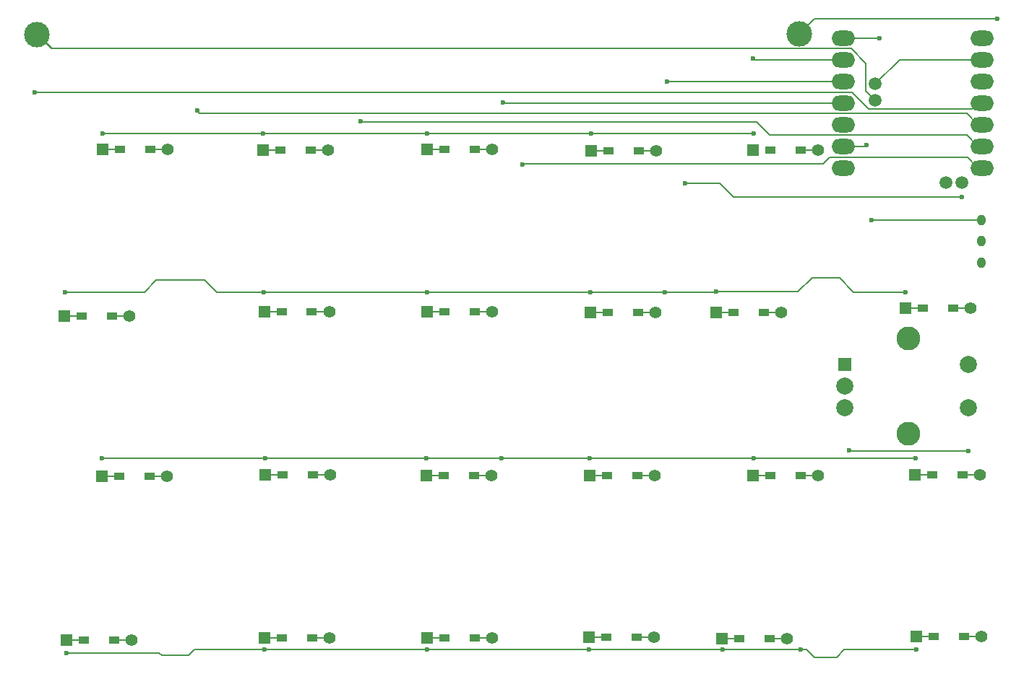
<source format=gbr>
%TF.GenerationSoftware,KiCad,Pcbnew,8.0.7*%
%TF.CreationDate,2025-02-15T16:26:46+09:00*%
%TF.ProjectId,cool642tb_L,636f6f6c-3634-4327-9462-5f4c2e6b6963,rev?*%
%TF.SameCoordinates,Original*%
%TF.FileFunction,Copper,L1,Top*%
%TF.FilePolarity,Positive*%
%FSLAX46Y46*%
G04 Gerber Fmt 4.6, Leading zero omitted, Abs format (unit mm)*
G04 Created by KiCad (PCBNEW 8.0.7) date 2025-02-15 16:26:46*
%MOMM*%
%LPD*%
G01*
G04 APERTURE LIST*
%TA.AperFunction,ComponentPad*%
%ADD10R,1.397000X1.397000*%
%TD*%
%TA.AperFunction,SMDPad,CuDef*%
%ADD11R,1.300000X0.950000*%
%TD*%
%TA.AperFunction,ComponentPad*%
%ADD12C,1.397000*%
%TD*%
%TA.AperFunction,ComponentPad*%
%ADD13C,3.000000*%
%TD*%
%TA.AperFunction,ComponentPad*%
%ADD14C,2.000000*%
%TD*%
%TA.AperFunction,ComponentPad*%
%ADD15R,1.500000X1.500000*%
%TD*%
%TA.AperFunction,ComponentPad*%
%ADD16C,2.800000*%
%TD*%
%TA.AperFunction,ComponentPad*%
%ADD17O,1.000000X1.300000*%
%TD*%
%TA.AperFunction,ComponentPad*%
%ADD18O,2.750000X1.800000*%
%TD*%
%TA.AperFunction,ComponentPad*%
%ADD19C,1.500000*%
%TD*%
%TA.AperFunction,ViaPad*%
%ADD20C,0.600000*%
%TD*%
%TA.AperFunction,Conductor*%
%ADD21C,0.200000*%
%TD*%
G04 APERTURE END LIST*
D10*
%TO.P,D3,1,K*%
%TO.N,Row2*%
X890000Y-29720000D03*
D11*
X2925000Y-29720000D03*
%TO.P,D3,2,A*%
%TO.N,Net-(D3-A)*%
X6475000Y-29720000D03*
D12*
X8510000Y-29720000D03*
%TD*%
D13*
%TO.P,B1,1,+*%
%TO.N,Bat*%
X-6700000Y22080000D03*
%TO.P,B1,2,-*%
%TO.N,Net-(B1--)*%
X82570000Y22120000D03*
%TD*%
D10*
%TO.P,D13,1,K*%
%TO.N,Row0*%
X58170000Y8480000D03*
D11*
X60205000Y8480000D03*
%TO.P,D13,2,A*%
%TO.N,Net-(D13-A)*%
X63755000Y8480000D03*
D12*
X65790000Y8480000D03*
%TD*%
D10*
%TO.P,D10,1,K*%
%TO.N,Row1*%
X39000000Y-10420000D03*
D11*
X41035000Y-10420000D03*
%TO.P,D10,2,A*%
%TO.N,Net-(D10-A)*%
X44585000Y-10420000D03*
D12*
X46620000Y-10420000D03*
%TD*%
D10*
%TO.P,D19,1,K*%
%TO.N,Row2*%
X77190000Y-29630000D03*
D11*
X79225000Y-29630000D03*
%TO.P,D19,2,A*%
%TO.N,Net-(D19-A)*%
X82775000Y-29630000D03*
D12*
X84810000Y-29630000D03*
%TD*%
D10*
%TO.P,D16,1,K*%
%TO.N,Row3*%
X57960000Y-48600000D03*
D11*
X59995000Y-48600000D03*
%TO.P,D16,2,A*%
%TO.N,Net-(D16-A)*%
X63545000Y-48600000D03*
D12*
X65580000Y-48600000D03*
%TD*%
D10*
%TO.P,D7,1,K*%
%TO.N,Row2*%
X19990000Y-29570000D03*
D11*
X22025000Y-29570000D03*
%TO.P,D7,2,A*%
%TO.N,Net-(D7-A)*%
X25575000Y-29570000D03*
D12*
X27610000Y-29570000D03*
%TD*%
D10*
%TO.P,D21,1,K*%
%TO.N,Row1*%
X95025000Y-10040000D03*
D11*
X97060000Y-10040000D03*
%TO.P,D21,2,A*%
%TO.N,Net-(D21-A)*%
X100610000Y-10040000D03*
D12*
X102645000Y-10040000D03*
%TD*%
D10*
%TO.P,D14,1,K*%
%TO.N,Row1*%
X58090000Y-10490000D03*
D11*
X60125000Y-10490000D03*
%TO.P,D14,2,A*%
%TO.N,Net-(D14-A)*%
X63675000Y-10490000D03*
D12*
X65710000Y-10490000D03*
%TD*%
D10*
%TO.P,D18,1,K*%
%TO.N,Row1*%
X72855000Y-10550000D03*
D11*
X74890000Y-10550000D03*
%TO.P,D18,2,A*%
%TO.N,Net-(D18-A)*%
X78440000Y-10550000D03*
D12*
X80475000Y-10550000D03*
%TD*%
D10*
%TO.P,D5,1,K*%
%TO.N,Row0*%
X19770000Y8520000D03*
D11*
X21805000Y8520000D03*
%TO.P,D5,2,A*%
%TO.N,Net-(D5-A)*%
X25355000Y8520000D03*
D12*
X27390000Y8520000D03*
%TD*%
D10*
%TO.P,D9,1,K*%
%TO.N,Row0*%
X39010000Y8610000D03*
D11*
X41045000Y8610000D03*
%TO.P,D9,2,A*%
%TO.N,Net-(D9-A)*%
X44595000Y8610000D03*
D12*
X46630000Y8610000D03*
%TD*%
D10*
%TO.P,D8,1,K*%
%TO.N,Row3*%
X19920000Y-48670000D03*
D11*
X21955000Y-48670000D03*
%TO.P,D8,2,A*%
%TO.N,Net-(D8-A)*%
X25505000Y-48670000D03*
D12*
X27540000Y-48670000D03*
%TD*%
D10*
%TO.P,D23,1,K*%
%TO.N,Row3*%
X96270000Y-48510000D03*
D11*
X98305000Y-48510000D03*
%TO.P,D23,2,A*%
%TO.N,Net-(D23-A)*%
X101855000Y-48510000D03*
D12*
X103890000Y-48510000D03*
%TD*%
D10*
%TO.P,D11,1,K*%
%TO.N,Row2*%
X38900000Y-29650000D03*
D11*
X40935000Y-29650000D03*
%TO.P,D11,2,A*%
%TO.N,Net-(D11-A)*%
X44485000Y-29650000D03*
D12*
X46520000Y-29650000D03*
%TD*%
D14*
%TO.P,SW21,1,1*%
%TO.N,Net-(D21-A)*%
X102400000Y-16660000D03*
%TO.P,SW21,2,2*%
%TO.N,Col5*%
X102400000Y-21660000D03*
D15*
%TO.P,SW21,A,A*%
%TO.N,RE_A1*%
X87900000Y-16660000D03*
D14*
%TO.P,SW21,B,B*%
%TO.N,RE_B*%
X87900000Y-21660000D03*
%TO.P,SW21,C,C*%
%TO.N,GND*%
X87900000Y-19160000D03*
D16*
%TO.P,SW21,MP*%
%TO.N,N/C*%
X95400000Y-13560000D03*
X95400000Y-24760000D03*
%TD*%
D10*
%TO.P,D6,1,K*%
%TO.N,Row1*%
X19890000Y-10420000D03*
D11*
X21925000Y-10420000D03*
%TO.P,D6,2,A*%
%TO.N,Net-(D6-A)*%
X25475000Y-10420000D03*
D12*
X27510000Y-10420000D03*
%TD*%
D17*
%TO.P,SW24,1,A*%
%TO.N,GND*%
X103890000Y340000D03*
%TO.P,SW24,2,B*%
%TO.N,Net-(B1--)*%
X103890000Y-2160000D03*
%TO.P,SW24,3,C*%
%TO.N,unconnected-(SW24-C-Pad3)*%
X103890000Y-4660000D03*
%TD*%
D10*
%TO.P,D15,1,K*%
%TO.N,Row2*%
X58040000Y-29620000D03*
D11*
X60075000Y-29620000D03*
%TO.P,D15,2,A*%
%TO.N,Net-(D15-A)*%
X63625000Y-29620000D03*
D12*
X65660000Y-29620000D03*
%TD*%
D10*
%TO.P,D2,1,K*%
%TO.N,Row1*%
X-3500000Y-10920000D03*
D11*
X-1465000Y-10920000D03*
%TO.P,D2,2,A*%
%TO.N,Net-(D2-A)*%
X2085000Y-10920000D03*
D12*
X4120000Y-10920000D03*
%TD*%
D10*
%TO.P,D12,1,K*%
%TO.N,Row3*%
X38990000Y-48690000D03*
D11*
X41025000Y-48690000D03*
%TO.P,D12,2,A*%
%TO.N,Net-(D12-A)*%
X44575000Y-48690000D03*
D12*
X46610000Y-48690000D03*
%TD*%
D10*
%TO.P,D4,1,K*%
%TO.N,Row3*%
X-3300000Y-48970000D03*
D11*
X-1265000Y-48970000D03*
%TO.P,D4,2,A*%
%TO.N,Net-(D4-A)*%
X2285000Y-48970000D03*
D12*
X4320000Y-48970000D03*
%TD*%
D10*
%TO.P,D1,1,K*%
%TO.N,Row0*%
X960000Y8650000D03*
D11*
X2995000Y8650000D03*
%TO.P,D1,2,A*%
%TO.N,Net-(D1-A)*%
X6545000Y8650000D03*
D12*
X8580000Y8650000D03*
%TD*%
D10*
%TO.P,D17,1,K*%
%TO.N,Row0*%
X77195000Y8510000D03*
D11*
X79230000Y8510000D03*
%TO.P,D17,2,A*%
%TO.N,Net-(D17-A)*%
X82780000Y8510000D03*
D12*
X84815000Y8510000D03*
%TD*%
D18*
%TO.P,U1,1,P0.02_A0_D0*%
%TO.N,RE_B*%
X87790000Y21686000D03*
%TO.P,U1,2,P0.03_A1_D1*%
%TO.N,Row0*%
X87790000Y19146000D03*
%TO.P,U1,3,P0.28_A2_D2*%
%TO.N,Row1*%
X87790000Y16606000D03*
%TO.P,U1,4,P0.29_A3_D3*%
%TO.N,Row2*%
X87790000Y14066000D03*
%TO.P,U1,5,P0.04_A4_D4_SDA*%
%TO.N,unconnected-(U1-P0.04_A4_D4_SDA-Pad5)*%
X87790000Y11526000D03*
%TO.P,U1,6,P0.05_A5_D5_SCL*%
%TO.N,RE_A1*%
X87790000Y8986000D03*
%TO.P,U1,7,P1.11_D6_TX*%
%TO.N,Row3*%
X87790000Y6446000D03*
%TO.P,U1,8,P1.12_D7_RX*%
%TO.N,Col3*%
X104030000Y6446000D03*
%TO.P,U1,9,P1.13_D8_SCK*%
%TO.N,Col2*%
X104030000Y8986000D03*
%TO.P,U1,10,P1.14_D9_MISO*%
%TO.N,Col1*%
X104030000Y11526000D03*
%TO.P,U1,11,P1.15_D10_MOSI*%
%TO.N,Col0*%
X104030000Y14066000D03*
%TO.P,U1,12,3V3*%
%TO.N,unconnected-(U1-3V3-Pad12)*%
X104030000Y16606000D03*
%TO.P,U1,13,GND*%
%TO.N,GND*%
X104030000Y19146000D03*
%TO.P,U1,14,5V*%
%TO.N,VCC*%
X104030000Y21686000D03*
D19*
%TO.P,U1,15,NFC1_0.09*%
%TO.N,Col5*%
X99745400Y4754000D03*
%TO.P,U1,16,NFC2_0.10*%
%TO.N,Col4*%
X101625000Y4754000D03*
%TO.P,U1,20,BATT+*%
%TO.N,Bat*%
X91465000Y14383000D03*
%TO.P,U1,21,BATT-*%
%TO.N,GND*%
X91465000Y16288000D03*
%TD*%
D10*
%TO.P,D22,1,K*%
%TO.N,Row2*%
X96170000Y-29600000D03*
D11*
X98205000Y-29600000D03*
%TO.P,D22,2,A*%
%TO.N,Net-(D22-A)*%
X101755000Y-29600000D03*
D12*
X103790000Y-29600000D03*
%TD*%
D10*
%TO.P,D20,1,K*%
%TO.N,Row3*%
X73540000Y-48810000D03*
D11*
X75575000Y-48810000D03*
%TO.P,D20,2,A*%
%TO.N,Net-(D20-A)*%
X79125000Y-48810000D03*
D12*
X81160000Y-48810000D03*
%TD*%
D20*
%TO.N,RE_B*%
X91980000Y21640000D03*
%TO.N,GND*%
X91050000Y320000D03*
%TO.N,Col4*%
X69220000Y4620000D03*
X101620000Y2990000D03*
%TO.N,Col3*%
X50170000Y6870000D03*
%TO.N,Col2*%
X31170000Y11920000D03*
%TO.N,Col1*%
X12040000Y13160000D03*
%TO.N,Col0*%
X-7030000Y15270000D03*
%TO.N,Row3*%
X82750000Y-50040000D03*
%TO.N,RE_A1*%
X90450000Y9090000D03*
%TO.N,Row2*%
X47870000Y14110000D03*
X47740000Y-27590000D03*
%TO.N,Row1*%
X67120000Y16610000D03*
X66870000Y-8140000D03*
%TO.N,Row0*%
X77180000Y19290000D03*
%TO.N,Net-(B1--)*%
X105750000Y23950000D03*
%TO.N,Row2*%
X19990000Y-27590000D03*
X38930000Y-27590000D03*
X58040000Y-27590000D03*
X77230000Y-27590000D03*
X910000Y-27590000D03*
%TO.N,Row3*%
X73580000Y-50040000D03*
X57950000Y-50040000D03*
X38990000Y-50040000D03*
X19920000Y-50040000D03*
X-3260000Y-50500000D03*
X96280000Y-50080000D03*
%TO.N,Row1*%
X72870000Y-8110000D03*
X-3470000Y-8130000D03*
%TO.N,Row0*%
X19800000Y10500000D03*
X980000Y10490000D03*
X39010000Y10500000D03*
X77210000Y10500000D03*
X58160000Y10500000D03*
%TO.N,Row1*%
X19870000Y-8140000D03*
X95020000Y-8140000D03*
X58080000Y-8140000D03*
X38980000Y-8140000D03*
%TO.N,Row2*%
X96220000Y-27590000D03*
%TO.N,Col5*%
X88400000Y-26700000D03*
X102400000Y-26770000D03*
%TD*%
D21*
%TO.N,Bat*%
X88678056Y20430000D02*
X-3330000Y20430000D01*
X-3330000Y20430000D02*
X-4940000Y20430000D01*
X-6700000Y22080000D02*
X-5050000Y20430000D01*
X-5050000Y20430000D02*
X-3330000Y20430000D01*
%TO.N,Net-(B1--)*%
X105750000Y23950000D02*
X84760000Y23950000D01*
X84400000Y23950000D02*
X84760000Y23950000D01*
X82570000Y22120000D02*
X84400000Y23950000D01*
%TO.N,Row1*%
X95020000Y-8140000D02*
X95000000Y-8120000D01*
X95000000Y-8120000D02*
X88940000Y-8120000D01*
X88940000Y-8120000D02*
X87290000Y-6470000D01*
X87290000Y-6470000D02*
X84080000Y-6470000D01*
X84080000Y-6470000D02*
X82440000Y-8110000D01*
X82440000Y-8110000D02*
X72870000Y-8110000D01*
%TO.N,RE_B*%
X88336000Y21640000D02*
X88290000Y21686000D01*
X91980000Y21640000D02*
X88336000Y21640000D01*
%TO.N,GND*%
X91050000Y320000D02*
X91070000Y340000D01*
X91070000Y340000D02*
X103890000Y340000D01*
%TO.N,Col4*%
X101620000Y2990000D02*
X74920000Y2990000D01*
X74920000Y2990000D02*
X73290000Y4620000D01*
X73290000Y4620000D02*
X69220000Y4620000D01*
%TO.N,Col3*%
X103530000Y6446000D02*
X102330000Y7646000D01*
X50180000Y6880000D02*
X50170000Y6870000D01*
X102330000Y7646000D02*
X86116000Y7646000D01*
X85350000Y6880000D02*
X50180000Y6880000D01*
X86116000Y7646000D02*
X85350000Y6880000D01*
%TO.N,Col2*%
X31260000Y11830000D02*
X31170000Y11920000D01*
X79090000Y10320000D02*
X77580000Y11830000D01*
X77580000Y11830000D02*
X31260000Y11830000D01*
X102196000Y10320000D02*
X79090000Y10320000D01*
X103530000Y8986000D02*
X102196000Y10320000D01*
%TO.N,Col1*%
X12334000Y12866000D02*
X12040000Y13160000D01*
X102190000Y12866000D02*
X12334000Y12866000D01*
X103530000Y11526000D02*
X102190000Y12866000D01*
%TO.N,Col0*%
X88762056Y15266000D02*
X-6306000Y15266000D01*
X103530000Y14066000D02*
X102797000Y13333000D01*
X-7026000Y15266000D02*
X-7030000Y15270000D01*
X-6306000Y15266000D02*
X-7026000Y15266000D01*
X102797000Y13333000D02*
X90695056Y13333000D01*
X90695056Y13333000D02*
X88762056Y15266000D01*
%TO.N,Bat*%
X91465000Y14383000D02*
X90415000Y15433000D01*
X90415000Y15433000D02*
X90415000Y18693056D01*
X90415000Y18693056D02*
X88678056Y20430000D01*
X-4940000Y20430000D02*
X-6700000Y22190000D01*
%TO.N,Row3*%
X82750000Y-50040000D02*
X83410000Y-50040000D01*
X73580000Y-50040000D02*
X82750000Y-50040000D01*
%TO.N,RE_A1*%
X90346000Y8986000D02*
X90450000Y9090000D01*
X88290000Y8986000D02*
X90346000Y8986000D01*
%TO.N,Row2*%
X58040000Y-27590000D02*
X47740000Y-27590000D01*
X47914000Y14066000D02*
X47870000Y14110000D01*
X88290000Y14066000D02*
X47914000Y14066000D01*
X47740000Y-27590000D02*
X38930000Y-27590000D01*
%TO.N,Row1*%
X67124000Y16606000D02*
X67120000Y16610000D01*
X66870000Y-8140000D02*
X72840000Y-8140000D01*
X88290000Y16606000D02*
X67124000Y16606000D01*
X58080000Y-8140000D02*
X66870000Y-8140000D01*
%TO.N,Row0*%
X77324000Y19146000D02*
X77180000Y19290000D01*
X88290000Y19146000D02*
X77324000Y19146000D01*
%TO.N,GND*%
X103530000Y19146000D02*
X94323000Y19146000D01*
X94323000Y19146000D02*
X91465000Y16288000D01*
%TO.N,Row2*%
X38930000Y-27590000D02*
X19990000Y-27590000D01*
X19990000Y-27590000D02*
X910000Y-27590000D01*
X77230000Y-27590000D02*
X58040000Y-27590000D01*
X96220000Y-27590000D02*
X77230000Y-27590000D01*
X77190000Y-27630000D02*
X77230000Y-27590000D01*
%TO.N,Row3*%
X57950000Y-50040000D02*
X73580000Y-50040000D01*
X38990000Y-50040000D02*
X57950000Y-50040000D01*
X19920000Y-50040000D02*
X38990000Y-50040000D01*
X11730000Y-50040000D02*
X19920000Y-50040000D01*
X-3230000Y-50470000D02*
X-3260000Y-50500000D01*
X-2900000Y-50470000D02*
X-3230000Y-50470000D01*
X-2900000Y-50470000D02*
X7610000Y-50470000D01*
X7900000Y-50760000D02*
X11010000Y-50760000D01*
X11010000Y-50760000D02*
X11730000Y-50040000D01*
X7610000Y-50470000D02*
X7900000Y-50760000D01*
X84330000Y-50960000D02*
X86970000Y-50960000D01*
X83410000Y-50040000D02*
X84330000Y-50960000D01*
X87850000Y-50080000D02*
X96280000Y-50080000D01*
X86970000Y-50960000D02*
X87850000Y-50080000D01*
%TO.N,Net-(D18-A)*%
X78440000Y-10550000D02*
X80475000Y-10550000D01*
%TO.N,Row1*%
X72855000Y-10550000D02*
X74890000Y-10550000D01*
X72840000Y-8140000D02*
X72870000Y-8110000D01*
%TO.N,Net-(D20-A)*%
X79125000Y-48810000D02*
X81160000Y-48810000D01*
%TO.N,Row3*%
X73540000Y-48810000D02*
X75575000Y-48810000D01*
%TO.N,Net-(D4-A)*%
X4320000Y-48970000D02*
X2285000Y-48970000D01*
%TO.N,Row3*%
X-3300000Y-48970000D02*
X-1265000Y-48970000D01*
%TO.N,Row1*%
X-3470000Y-8130000D02*
X-3460000Y-8140000D01*
X7240000Y-6750000D02*
X12940000Y-6750000D01*
X-3460000Y-8140000D02*
X5850000Y-8140000D01*
X5850000Y-8140000D02*
X7240000Y-6750000D01*
X12940000Y-6750000D02*
X14330000Y-8140000D01*
X14330000Y-8140000D02*
X19870000Y-8140000D01*
%TO.N,Net-(D2-A)*%
X4120000Y-10920000D02*
X2085000Y-10920000D01*
%TO.N,Row1*%
X-3500000Y-10920000D02*
X-1465000Y-10920000D01*
%TO.N,Net-(D1-A)*%
X8580000Y8650000D02*
X6545000Y8650000D01*
%TO.N,Row0*%
X77210000Y10500000D02*
X58160000Y10500000D01*
X58170000Y8480000D02*
X60205000Y8480000D01*
X19800000Y10500000D02*
X990000Y10500000D01*
X39010000Y10500000D02*
X19800000Y10500000D01*
X58160000Y10500000D02*
X39010000Y10500000D01*
X39010000Y8610000D02*
X41045000Y8610000D01*
X960000Y8650000D02*
X2995000Y8650000D01*
X19770000Y8520000D02*
X21805000Y8520000D01*
X990000Y10500000D02*
X980000Y10490000D01*
%TO.N,Row1*%
X19890000Y-10420000D02*
X21925000Y-10420000D01*
X58080000Y-8140000D02*
X38980000Y-8140000D01*
X95025000Y-10040000D02*
X97060000Y-10040000D01*
X38980000Y-8140000D02*
X19870000Y-8140000D01*
X58090000Y-10490000D02*
X60125000Y-10490000D01*
X39000000Y-10420000D02*
X41035000Y-10420000D01*
%TO.N,Net-(D3-A)*%
X8510000Y-29720000D02*
X6475000Y-29720000D01*
%TO.N,Row2*%
X96170000Y-29600000D02*
X98205000Y-29600000D01*
X77190000Y-29630000D02*
X79225000Y-29630000D01*
X38900000Y-29650000D02*
X40935000Y-29650000D01*
X19990000Y-29570000D02*
X22025000Y-29570000D01*
X58040000Y-29620000D02*
X60075000Y-29620000D01*
X890000Y-29720000D02*
X2925000Y-29720000D01*
%TO.N,Row3*%
X38990000Y-48690000D02*
X41025000Y-48690000D01*
X57960000Y-48600000D02*
X59995000Y-48600000D01*
X96270000Y-48510000D02*
X98305000Y-48510000D01*
X19920000Y-48670000D02*
X21955000Y-48670000D01*
%TO.N,Net-(D5-A)*%
X27390000Y8520000D02*
X25355000Y8520000D01*
%TO.N,Net-(D6-A)*%
X27510000Y-10420000D02*
X25475000Y-10420000D01*
%TO.N,Net-(D7-A)*%
X27610000Y-29570000D02*
X25575000Y-29570000D01*
%TO.N,Net-(D8-A)*%
X27540000Y-48670000D02*
X25505000Y-48670000D01*
%TO.N,Net-(D9-A)*%
X46630000Y8610000D02*
X44595000Y8610000D01*
%TO.N,Net-(D10-A)*%
X46620000Y-10420000D02*
X44585000Y-10420000D01*
%TO.N,Net-(D11-A)*%
X46520000Y-29650000D02*
X44485000Y-29650000D01*
%TO.N,Net-(D12-A)*%
X46610000Y-48690000D02*
X44575000Y-48690000D01*
%TO.N,Net-(D13-A)*%
X65790000Y8480000D02*
X63755000Y8480000D01*
%TO.N,Net-(D14-A)*%
X65710000Y-10490000D02*
X63675000Y-10490000D01*
%TO.N,Net-(D15-A)*%
X65660000Y-29620000D02*
X63625000Y-29620000D01*
%TO.N,Net-(D16-A)*%
X65580000Y-48600000D02*
X63545000Y-48600000D01*
%TO.N,Net-(D17-A)*%
X84815000Y8510000D02*
X82780000Y8510000D01*
%TO.N,Net-(D19-A)*%
X84810000Y-29630000D02*
X82775000Y-29630000D01*
%TO.N,Net-(D21-A)*%
X102645000Y-10040000D02*
X100610000Y-10040000D01*
%TO.N,Col5*%
X102400000Y-26770000D02*
X88470000Y-26770000D01*
X88470000Y-26770000D02*
X88400000Y-26700000D01*
%TO.N,Net-(D22-A)*%
X103790000Y-29600000D02*
X101755000Y-29600000D01*
%TO.N,Net-(D23-A)*%
X103890000Y-48510000D02*
X101855000Y-48510000D01*
%TD*%
M02*

</source>
